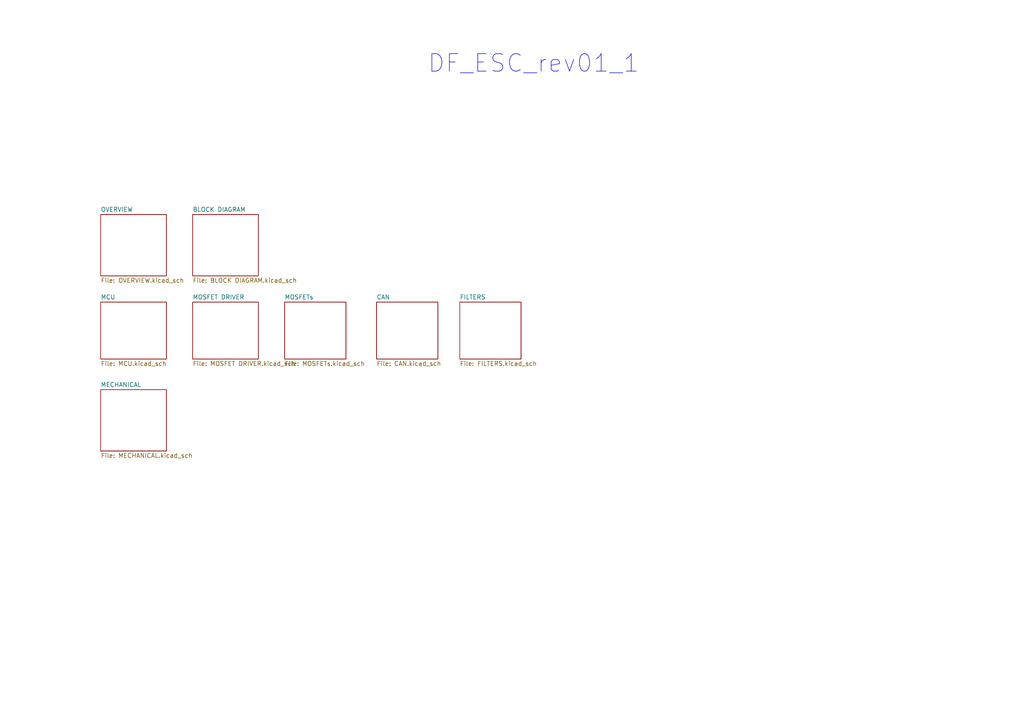
<source format=kicad_sch>
(kicad_sch
	(version 20250114)
	(generator "eeschema")
	(generator_version "9.0")
	(uuid "e63e39d7-6ac0-4ffd-8aa3-1841a4541b55")
	(paper "A4")
	(title_block
		(title "DF_ESC_rev01_1")
		(date "2025-09-17")
		(rev "01")
		(company "Fresu Electronics LLC")
		(comment 3 "irkenk8@gmail.com")
		(comment 4 "Irina Kenko")
	)
	(lib_symbols)
	(text "DF_ESC_rev01_1"
		(exclude_from_sim no)
		(at 123.952 18.542 0)
		(effects
			(font
				(size 5.08 5.08)
			)
			(justify left)
		)
		(uuid "e4bc4d1f-109f-4e10-a940-42e762586f85")
	)
	(sheet
		(at 82.55 87.63)
		(size 17.78 16.51)
		(exclude_from_sim no)
		(in_bom yes)
		(on_board yes)
		(dnp no)
		(fields_autoplaced yes)
		(stroke
			(width 0.1524)
			(type solid)
		)
		(fill
			(color 0 0 0 0.0000)
		)
		(uuid "19fe9d69-60cb-446d-a292-f9b9e1eef2a9")
		(property "Sheetname" "MOSFETs"
			(at 82.55 86.9184 0)
			(effects
				(font
					(size 1.27 1.27)
				)
				(justify left bottom)
			)
		)
		(property "Sheetfile" "MOSFETs.kicad_sch"
			(at 82.55 104.7246 0)
			(effects
				(font
					(size 1.27 1.27)
				)
				(justify left top)
			)
		)
		(instances
			(project "ESC_rev01_1"
				(path "/e63e39d7-6ac0-4ffd-8aa3-1841a4541b55"
					(page "4")
				)
			)
		)
	)
	(sheet
		(at 133.35 87.63)
		(size 17.78 16.51)
		(exclude_from_sim no)
		(in_bom yes)
		(on_board yes)
		(dnp no)
		(fields_autoplaced yes)
		(stroke
			(width 0.1524)
			(type solid)
		)
		(fill
			(color 0 0 0 0.0000)
		)
		(uuid "618596fe-a8ac-4c5d-9ee0-9d89b203e948")
		(property "Sheetname" "FILTERS"
			(at 133.35 86.9184 0)
			(effects
				(font
					(size 1.27 1.27)
				)
				(justify left bottom)
			)
		)
		(property "Sheetfile" "FILTERS.kicad_sch"
			(at 133.35 104.7246 0)
			(effects
				(font
					(size 1.27 1.27)
				)
				(justify left top)
			)
		)
		(instances
			(project "ESC_rev01_1"
				(path "/e63e39d7-6ac0-4ffd-8aa3-1841a4541b55"
					(page "6")
				)
			)
		)
	)
	(sheet
		(at 55.88 87.63)
		(size 19.05 16.51)
		(exclude_from_sim no)
		(in_bom yes)
		(on_board yes)
		(dnp no)
		(fields_autoplaced yes)
		(stroke
			(width 0.1524)
			(type solid)
		)
		(fill
			(color 0 0 0 0.0000)
		)
		(uuid "6dc0778c-071b-4174-a187-40a7d7e16416")
		(property "Sheetname" "MOSFET DRIVER"
			(at 55.88 86.9184 0)
			(effects
				(font
					(size 1.27 1.27)
				)
				(justify left bottom)
			)
		)
		(property "Sheetfile" "MOSFET DRIVER.kicad_sch"
			(at 55.88 104.7246 0)
			(effects
				(font
					(size 1.27 1.27)
				)
				(justify left top)
			)
		)
		(instances
			(project "ESC_rev01_1"
				(path "/e63e39d7-6ac0-4ffd-8aa3-1841a4541b55"
					(page "3")
				)
			)
		)
	)
	(sheet
		(at 55.88 62.23)
		(size 19.05 17.78)
		(exclude_from_sim no)
		(in_bom yes)
		(on_board yes)
		(dnp no)
		(fields_autoplaced yes)
		(stroke
			(width 0.1524)
			(type solid)
		)
		(fill
			(color 0 0 0 0.0000)
		)
		(uuid "a8bd54e1-9d43-4751-8541-df4bcff8dd63")
		(property "Sheetname" "BLOCK DIAGRAM"
			(at 55.88 61.5184 0)
			(effects
				(font
					(size 1.27 1.27)
				)
				(justify left bottom)
			)
		)
		(property "Sheetfile" "BLOCK DIAGRAM.kicad_sch"
			(at 55.88 80.5946 0)
			(effects
				(font
					(size 1.27 1.27)
				)
				(justify left top)
			)
		)
		(instances
			(project "ESC_rev01_1"
				(path "/e63e39d7-6ac0-4ffd-8aa3-1841a4541b55"
					(page "8")
				)
			)
		)
	)
	(sheet
		(at 29.21 62.23)
		(size 19.05 17.78)
		(exclude_from_sim no)
		(in_bom yes)
		(on_board yes)
		(dnp no)
		(fields_autoplaced yes)
		(stroke
			(width 0.1524)
			(type solid)
		)
		(fill
			(color 0 0 0 0.0000)
		)
		(uuid "aa28b6a5-844a-4eb8-af03-0b1ead627e2c")
		(property "Sheetname" "OVERVIEW"
			(at 29.21 61.5184 0)
			(effects
				(font
					(size 1.27 1.27)
				)
				(justify left bottom)
			)
		)
		(property "Sheetfile" "OVERVIEW.kicad_sch"
			(at 29.21 80.5946 0)
			(effects
				(font
					(size 1.27 1.27)
				)
				(justify left top)
			)
		)
		(instances
			(project "ESC_rev01_1"
				(path "/e63e39d7-6ac0-4ffd-8aa3-1841a4541b55"
					(page "9")
				)
			)
		)
	)
	(sheet
		(at 29.21 87.63)
		(size 19.05 16.51)
		(exclude_from_sim no)
		(in_bom yes)
		(on_board yes)
		(dnp no)
		(fields_autoplaced yes)
		(stroke
			(width 0.1524)
			(type solid)
		)
		(fill
			(color 0 0 0 0.0000)
		)
		(uuid "aabf2ea0-250c-4a27-ad08-cb36e1d2af93")
		(property "Sheetname" "MCU"
			(at 29.21 86.9184 0)
			(effects
				(font
					(size 1.27 1.27)
				)
				(justify left bottom)
			)
		)
		(property "Sheetfile" "MCU.kicad_sch"
			(at 29.21 104.7246 0)
			(effects
				(font
					(size 1.27 1.27)
				)
				(justify left top)
			)
		)
		(instances
			(project "ESC_rev01_1"
				(path "/e63e39d7-6ac0-4ffd-8aa3-1841a4541b55"
					(page "2")
				)
			)
		)
	)
	(sheet
		(at 109.22 87.63)
		(size 17.78 16.51)
		(exclude_from_sim no)
		(in_bom yes)
		(on_board yes)
		(dnp no)
		(fields_autoplaced yes)
		(stroke
			(width 0.1524)
			(type solid)
		)
		(fill
			(color 0 0 0 0.0000)
		)
		(uuid "e32c040b-8a9b-40e1-ab88-651266d42ee1")
		(property "Sheetname" "CAN"
			(at 109.22 86.9184 0)
			(effects
				(font
					(size 1.27 1.27)
				)
				(justify left bottom)
			)
		)
		(property "Sheetfile" "CAN.kicad_sch"
			(at 109.22 104.7246 0)
			(effects
				(font
					(size 1.27 1.27)
				)
				(justify left top)
			)
		)
		(instances
			(project "ESC_rev01_1"
				(path "/e63e39d7-6ac0-4ffd-8aa3-1841a4541b55"
					(page "5")
				)
			)
		)
	)
	(sheet
		(at 29.21 113.03)
		(size 19.05 17.78)
		(exclude_from_sim no)
		(in_bom yes)
		(on_board yes)
		(dnp no)
		(fields_autoplaced yes)
		(stroke
			(width 0.1524)
			(type solid)
		)
		(fill
			(color 0 0 0 0.0000)
		)
		(uuid "f0db8fa9-4626-4d2b-9dd9-5c3f1156b21e")
		(property "Sheetname" "MECHANICAL"
			(at 29.21 112.3184 0)
			(effects
				(font
					(size 1.27 1.27)
				)
				(justify left bottom)
			)
		)
		(property "Sheetfile" "MECHANICAL.kicad_sch"
			(at 29.21 131.3946 0)
			(effects
				(font
					(size 1.27 1.27)
				)
				(justify left top)
			)
		)
		(instances
			(project "ESC_rev01_1"
				(path "/e63e39d7-6ac0-4ffd-8aa3-1841a4541b55"
					(page "7")
				)
			)
		)
	)
	(sheet_instances
		(path "/"
			(page "1")
		)
	)
	(embedded_fonts no)
)

</source>
